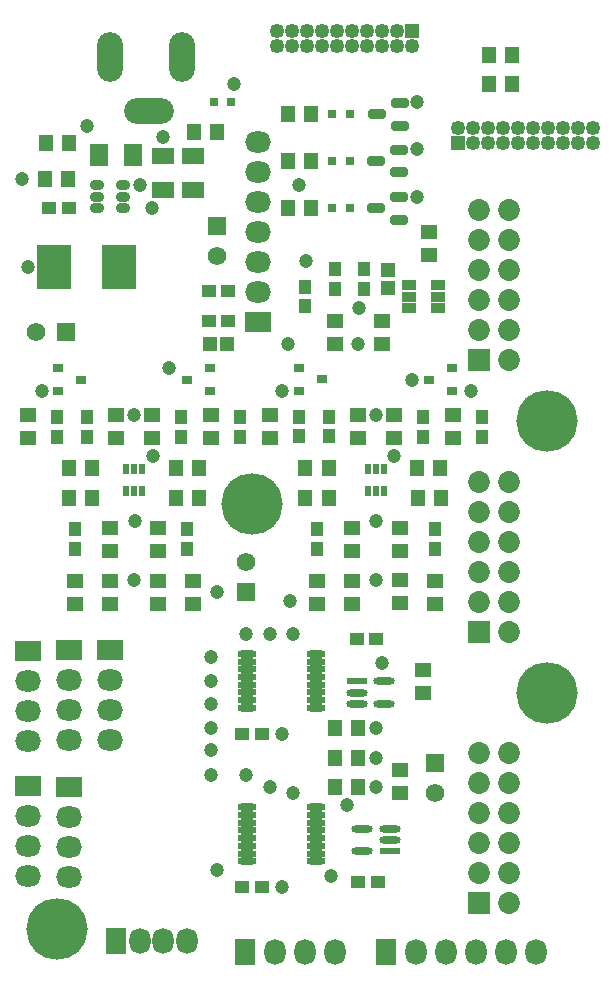
<source format=gbr>
%TF.GenerationSoftware,Altium Limited,Altium Designer,21.2.1 (34)*%
G04 Layer_Color=8388736*
%FSLAX45Y45*%
%MOMM*%
%TF.SameCoordinates,33E7FE8D-E1FD-4CC8-B6C0-267CAA33A984*%
%TF.FilePolarity,Negative*%
%TF.FileFunction,Soldermask,Top*%
%TF.Part,Single*%
G01*
G75*
%TA.AperFunction,SMDPad,CuDef*%
%ADD17R,0.80000X0.80000*%
%ADD18R,1.25814X1.46213*%
%ADD19R,1.46213X1.25814*%
%ADD20R,1.80524X0.61213*%
G04:AMPARAMS|DCode=21|XSize=1.80524mm|YSize=0.61213mm|CornerRadius=0.30606mm|HoleSize=0mm|Usage=FLASHONLY|Rotation=180.000|XOffset=0mm|YOffset=0mm|HoleType=Round|Shape=RoundedRectangle|*
%AMROUNDEDRECTD21*
21,1,1.80524,0.00000,0,0,180.0*
21,1,1.19311,0.61213,0,0,180.0*
1,1,0.61213,-0.59655,0.00000*
1,1,0.61213,0.59655,0.00000*
1,1,0.61213,0.59655,0.00000*
1,1,0.61213,-0.59655,0.00000*
%
%ADD21ROUNDEDRECTD21*%
%ADD22R,1.05822X1.20651*%
%ADD23R,1.20651X1.05822*%
%ADD24R,1.55550X1.85822*%
%TA.AperFunction,ConnectorPad*%
%ADD28R,1.46213X1.25814*%
%TA.AperFunction,ComponentPad*%
%ADD39R,1.57000X1.57000*%
%ADD40C,1.57000*%
%ADD43R,1.57000X1.57000*%
%ADD46C,1.25320*%
%ADD47R,1.25320X1.25320*%
%ADD48R,2.20320X1.80320*%
%ADD49O,2.20320X1.80320*%
%ADD50O,1.80320X2.20320*%
%ADD51R,1.80320X2.20320*%
%ADD52O,4.20320X2.20320*%
%ADD53O,2.20320X4.20320*%
%ADD54R,1.85320X1.85320*%
%ADD55C,1.85320*%
%TA.AperFunction,ViaPad*%
%ADD56C,5.20320*%
%ADD57C,1.20320*%
%TA.AperFunction,SMDPad,CuDef*%
%ADD66O,1.60320X0.65320*%
%ADD67R,0.60320X0.86320*%
%ADD68O,1.20320X0.90320*%
G04:AMPARAMS|DCode=69|XSize=1.4632mm|YSize=0.7932mm|CornerRadius=0.17535mm|HoleSize=0mm|Usage=FLASHONLY|Rotation=180.000|XOffset=0mm|YOffset=0mm|HoleType=Round|Shape=RoundedRectangle|*
%AMROUNDEDRECTD69*
21,1,1.46320,0.44250,0,0,180.0*
21,1,1.11250,0.79320,0,0,180.0*
1,1,0.35070,-0.55625,0.22125*
1,1,0.35070,0.55625,0.22125*
1,1,0.35070,0.55625,-0.22125*
1,1,0.35070,-0.55625,-0.22125*
%
%ADD69ROUNDEDRECTD69*%
%ADD70R,1.30320X0.85320*%
%ADD71R,3.00320X3.70320*%
%ADD72R,0.92720X0.76220*%
%ADD73R,1.97320X1.41320*%
%ADD74R,1.20320X1.25320*%
%ADD75R,1.25320X1.20320*%
D17*
X1875000Y7350000D02*
D03*
X1725000D02*
D03*
X2725000Y7250000D02*
D03*
X2875000D02*
D03*
Y6450000D02*
D03*
X2725000D02*
D03*
X2875000Y6850000D02*
D03*
X2725000D02*
D03*
D18*
X495399Y6700000D02*
D03*
X300000D02*
D03*
X1597699Y4000000D02*
D03*
X1402301D02*
D03*
X1597699Y4250000D02*
D03*
X1402301D02*
D03*
X3647699Y4000000D02*
D03*
X3452301D02*
D03*
X3645199Y4250000D02*
D03*
X3449800D02*
D03*
X2547699Y6850000D02*
D03*
X2352301D02*
D03*
X2547699Y7250000D02*
D03*
X2352301D02*
D03*
X2547699Y6450000D02*
D03*
X2352301D02*
D03*
X502300Y4000000D02*
D03*
X697699D02*
D03*
X502300Y4250000D02*
D03*
X697699D02*
D03*
X2502301Y4000000D02*
D03*
X2697699D02*
D03*
X2502301Y4250000D02*
D03*
X2697699D02*
D03*
X302301Y7000000D02*
D03*
X497699D02*
D03*
X1750199Y7100000D02*
D03*
X1554801D02*
D03*
X2752301Y1800000D02*
D03*
X2947699D02*
D03*
X2752301Y2050000D02*
D03*
X2947699D02*
D03*
X4247699Y7500000D02*
D03*
X4052301D02*
D03*
X4247699Y7750000D02*
D03*
X4052301D02*
D03*
X2752301Y1550000D02*
D03*
X2947699D02*
D03*
D19*
X3150000Y5302301D02*
D03*
Y5497699D02*
D03*
X3750000Y4502301D02*
D03*
Y4697700D02*
D03*
X3250000D02*
D03*
Y4502301D02*
D03*
X3300000Y3300200D02*
D03*
Y3104801D02*
D03*
X3600000Y3102301D02*
D03*
Y3297700D02*
D03*
X3300000Y3552301D02*
D03*
Y3747700D02*
D03*
X900000Y4697700D02*
D03*
Y4502301D02*
D03*
X850000Y3297700D02*
D03*
Y3102301D02*
D03*
X550000D02*
D03*
Y3297700D02*
D03*
X850000Y3552301D02*
D03*
Y3747699D02*
D03*
X2200000Y4507301D02*
D03*
Y4702700D02*
D03*
X2950000Y4700200D02*
D03*
Y4504802D02*
D03*
X2900000Y3297700D02*
D03*
Y3102301D02*
D03*
X2600000D02*
D03*
Y3297700D02*
D03*
X2900000Y3552301D02*
D03*
Y3747700D02*
D03*
X1700000Y4502301D02*
D03*
Y4697700D02*
D03*
X1200000D02*
D03*
Y4502301D02*
D03*
X1250000Y3297700D02*
D03*
Y3102301D02*
D03*
X1550000D02*
D03*
Y3297700D02*
D03*
X1250000Y3552301D02*
D03*
Y3747699D02*
D03*
X2750000Y5304801D02*
D03*
Y5500200D02*
D03*
X3300000Y1697699D02*
D03*
Y1502301D02*
D03*
X3500000Y2349800D02*
D03*
Y2545199D02*
D03*
X3550000Y6052301D02*
D03*
Y6247699D02*
D03*
D20*
X3215048Y1005000D02*
D03*
X2934952Y2445000D02*
D03*
D21*
X3215048Y1100000D02*
D03*
Y1195000D02*
D03*
X2984952D02*
D03*
Y1005000D02*
D03*
X2934952Y2350000D02*
D03*
Y2255000D02*
D03*
X3165048D02*
D03*
Y2445000D02*
D03*
D22*
X2750000Y5769915D02*
D03*
Y5935086D02*
D03*
X650000Y4517414D02*
D03*
Y4682586D02*
D03*
X400000Y4517414D02*
D03*
Y4682586D02*
D03*
X550000Y3567414D02*
D03*
Y3732586D02*
D03*
X2700000Y4522415D02*
D03*
Y4687587D02*
D03*
X2450000Y4522415D02*
D03*
Y4687587D02*
D03*
X2600000Y3567415D02*
D03*
Y3732586D02*
D03*
X1450000Y4517414D02*
D03*
Y4682586D02*
D03*
X1950000Y4517414D02*
D03*
Y4682586D02*
D03*
X1500000Y3567414D02*
D03*
Y3732586D02*
D03*
X3500000Y4517415D02*
D03*
Y4682587D02*
D03*
X4000000Y4517415D02*
D03*
Y4682587D02*
D03*
X3600000Y3567415D02*
D03*
Y3732586D02*
D03*
X2500000Y5619914D02*
D03*
Y5785086D02*
D03*
X3000000Y5769915D02*
D03*
Y5935086D02*
D03*
D23*
X334828Y6450000D02*
D03*
X500000D02*
D03*
X3100000Y2800000D02*
D03*
X2934828D02*
D03*
X1683414Y5750000D02*
D03*
X1848586D02*
D03*
X1683414Y5500000D02*
D03*
X1848586D02*
D03*
X1967414Y2000000D02*
D03*
X2132586D02*
D03*
X2132586Y700000D02*
D03*
X1967415D02*
D03*
X2950000Y750000D02*
D03*
X3115172D02*
D03*
D24*
X1040272Y6900000D02*
D03*
X750000D02*
D03*
D28*
X150000Y4502301D02*
D03*
Y4697700D02*
D03*
D39*
X477000Y5400000D02*
D03*
D40*
X223000D02*
D03*
X1750000Y6046000D02*
D03*
X3600000Y1496000D02*
D03*
X2000000Y3454000D02*
D03*
D43*
X1750000Y6300000D02*
D03*
X3600000Y1750000D02*
D03*
X2000000Y3200000D02*
D03*
D46*
X4935000Y7127000D02*
D03*
Y7000000D02*
D03*
X4808000Y7127000D02*
D03*
Y7000000D02*
D03*
X4681000Y7127000D02*
D03*
Y7000000D02*
D03*
X4554000Y7127000D02*
D03*
Y7000000D02*
D03*
X4427000Y7127000D02*
D03*
X4300000D02*
D03*
Y7000000D02*
D03*
X4173000Y7127000D02*
D03*
Y7000000D02*
D03*
X4046000Y7127000D02*
D03*
Y7000000D02*
D03*
X3919000Y7127000D02*
D03*
Y7000000D02*
D03*
X3792000Y7127000D02*
D03*
X4427000Y7000000D02*
D03*
X2265000Y7823000D02*
D03*
Y7950000D02*
D03*
X2392000Y7823000D02*
D03*
Y7950000D02*
D03*
X2519000Y7823000D02*
D03*
Y7950000D02*
D03*
X2646000Y7823000D02*
D03*
Y7950000D02*
D03*
X2773000Y7823000D02*
D03*
X2900000D02*
D03*
Y7950000D02*
D03*
X3027000Y7823000D02*
D03*
Y7950000D02*
D03*
X3154000Y7823000D02*
D03*
Y7950000D02*
D03*
X3281000Y7823000D02*
D03*
Y7950000D02*
D03*
X3408000Y7823000D02*
D03*
X2773000Y7950000D02*
D03*
D47*
X3792000Y7000000D02*
D03*
X3408000Y7950000D02*
D03*
D48*
X2100000Y5484000D02*
D03*
X500000Y2708000D02*
D03*
X850000Y2712000D02*
D03*
X150000Y2704000D02*
D03*
X500000Y1554000D02*
D03*
X150000Y1562000D02*
D03*
D49*
X2100000Y5738000D02*
D03*
Y5992000D02*
D03*
Y6246000D02*
D03*
Y6500000D02*
D03*
Y6754000D02*
D03*
Y7008000D02*
D03*
X500000Y1946000D02*
D03*
Y2200000D02*
D03*
Y2454000D02*
D03*
X850000Y1950000D02*
D03*
Y2204000D02*
D03*
Y2458000D02*
D03*
X150000Y2450000D02*
D03*
Y2196000D02*
D03*
Y1942000D02*
D03*
X500000Y792000D02*
D03*
Y1046000D02*
D03*
Y1300000D02*
D03*
X150000Y800000D02*
D03*
Y1054000D02*
D03*
Y1308000D02*
D03*
D50*
X4458000Y150000D02*
D03*
X4204000D02*
D03*
X3950000D02*
D03*
X3696000D02*
D03*
X3442000D02*
D03*
X1500000Y250000D02*
D03*
X1300000D02*
D03*
X1100000D02*
D03*
X2242000Y150000D02*
D03*
X2496000D02*
D03*
X2750000D02*
D03*
D51*
X3188000D02*
D03*
X900000Y250000D02*
D03*
X1988000Y150000D02*
D03*
D52*
X1175000Y7270000D02*
D03*
D53*
X1455000Y7730000D02*
D03*
X845000D02*
D03*
D54*
X3973000Y565000D02*
D03*
Y5165000D02*
D03*
Y2865000D02*
D03*
D55*
Y819000D02*
D03*
X4227000Y565000D02*
D03*
Y819000D02*
D03*
X3973000Y1327000D02*
D03*
X4227000D02*
D03*
X3973000Y1835000D02*
D03*
X4227000D02*
D03*
Y1581000D02*
D03*
X3973000D02*
D03*
X4227000Y1073000D02*
D03*
X3973000D02*
D03*
Y5419000D02*
D03*
X4227000Y5165000D02*
D03*
Y5419000D02*
D03*
X3973000Y5927000D02*
D03*
X4227000D02*
D03*
X3973000Y6435000D02*
D03*
X4227000D02*
D03*
Y6181000D02*
D03*
X3973000D02*
D03*
X4227000Y5673000D02*
D03*
X3973000D02*
D03*
Y3119000D02*
D03*
X4227000Y2865000D02*
D03*
Y3119000D02*
D03*
X3973000Y3627000D02*
D03*
X4227000D02*
D03*
X3973000Y4135000D02*
D03*
X4227000D02*
D03*
Y3881000D02*
D03*
X3973000D02*
D03*
X4227000Y3373000D02*
D03*
X3973000D02*
D03*
D56*
X2050000Y3950000D02*
D03*
X400000Y350000D02*
D03*
X4550000Y4650000D02*
D03*
Y2350000D02*
D03*
D57*
X2350000Y5300000D02*
D03*
X2504627Y6000000D02*
D03*
X3100000Y1550000D02*
D03*
X2717141Y800000D02*
D03*
X2953174Y5603174D02*
D03*
X3400000Y5000000D02*
D03*
X1900000Y7500000D02*
D03*
X1300000Y7050000D02*
D03*
X2369360Y3122209D02*
D03*
X3150000Y2600000D02*
D03*
X3100000Y1800000D02*
D03*
Y2050000D02*
D03*
X2000000Y1650000D02*
D03*
X2200000Y1550000D02*
D03*
X1700000Y1650000D02*
D03*
Y1866128D02*
D03*
Y2050000D02*
D03*
Y2250000D02*
D03*
Y2450000D02*
D03*
Y2650000D02*
D03*
X2400000Y2850000D02*
D03*
X2200000D02*
D03*
X2000000D02*
D03*
X2400000Y1500000D02*
D03*
X1750000Y850000D02*
D03*
X2450000Y6650000D02*
D03*
X3100000Y3800001D02*
D03*
X1350000Y5100000D02*
D03*
X1100000Y6650000D02*
D03*
X650000Y7150000D02*
D03*
X1200000Y6450000D02*
D03*
X100000Y6700000D02*
D03*
X150000Y5950000D02*
D03*
X3450000Y6950000D02*
D03*
X2300000Y700000D02*
D03*
X2850000Y1400000D02*
D03*
X2300000Y2000000D02*
D03*
X2950000Y5300000D02*
D03*
X3450000Y7350000D02*
D03*
X3100000Y3300000D02*
D03*
X3900000Y4900000D02*
D03*
X3100000Y4700000D02*
D03*
X2300000Y4900001D02*
D03*
X3250000Y4350001D02*
D03*
X1208708Y4356207D02*
D03*
X1058708Y3806207D02*
D03*
X1050000Y3300000D02*
D03*
X268083Y4904375D02*
D03*
X1050000Y4700000D02*
D03*
X1750000Y3200000D02*
D03*
X3450000Y6550000D02*
D03*
D66*
X2005000Y2482500D02*
D03*
Y2417500D02*
D03*
Y2352500D02*
D03*
Y2287500D02*
D03*
X2005001Y1182500D02*
D03*
Y1117500D02*
D03*
Y1052500D02*
D03*
Y987500D02*
D03*
X2005000Y2677500D02*
D03*
Y2612500D02*
D03*
Y2547500D02*
D03*
Y2222500D02*
D03*
X2595000Y2677500D02*
D03*
Y2612500D02*
D03*
Y2547500D02*
D03*
Y2482500D02*
D03*
Y2417500D02*
D03*
Y2352500D02*
D03*
Y2287500D02*
D03*
Y2222500D02*
D03*
X2005001Y1377500D02*
D03*
Y1312500D02*
D03*
Y1247500D02*
D03*
Y922500D02*
D03*
X2595001Y1377500D02*
D03*
Y1312500D02*
D03*
Y1247500D02*
D03*
Y1182500D02*
D03*
Y1117500D02*
D03*
Y1052500D02*
D03*
Y987500D02*
D03*
Y922500D02*
D03*
D67*
X985000Y4058000D02*
D03*
X1050000D02*
D03*
X1115000D02*
D03*
Y4242000D02*
D03*
X1050000D02*
D03*
X985000D02*
D03*
X3035000Y4242001D02*
D03*
X3100000D02*
D03*
X3165000D02*
D03*
Y4058001D02*
D03*
X3100000D02*
D03*
X3035000D02*
D03*
D68*
X740000Y6645000D02*
D03*
Y6550000D02*
D03*
Y6455000D02*
D03*
X960000D02*
D03*
Y6550000D02*
D03*
Y6645000D02*
D03*
D69*
X3296000Y6545000D02*
D03*
X3100000Y6450000D02*
D03*
X3296000Y6355000D02*
D03*
X3100000Y6850000D02*
D03*
X3296000Y6945000D02*
D03*
Y6755000D02*
D03*
X3300000Y7340000D02*
D03*
X3104000Y7245000D02*
D03*
X3300000Y7150000D02*
D03*
D70*
X3380000Y5797500D02*
D03*
Y5702500D02*
D03*
Y5607500D02*
D03*
X3620000D02*
D03*
Y5702500D02*
D03*
Y5797500D02*
D03*
D71*
X375000Y5950000D02*
D03*
X925000D02*
D03*
D72*
X3746800Y5095000D02*
D03*
X3550000Y5000001D02*
D03*
X3746800Y4905001D02*
D03*
X403200Y5095000D02*
D03*
X600000Y5000000D02*
D03*
X403200Y4905000D02*
D03*
X2449300Y5097501D02*
D03*
X2646100Y5002501D02*
D03*
X2449300Y4907501D02*
D03*
X1696800Y4905000D02*
D03*
X1500000Y5000000D02*
D03*
X1696800Y5095000D02*
D03*
D73*
X1550000Y6892800D02*
D03*
Y6607200D02*
D03*
X1300000Y6892800D02*
D03*
Y6607200D02*
D03*
D74*
X3200000Y5777500D02*
D03*
Y5927500D02*
D03*
D75*
X1841000Y5300000D02*
D03*
X1691000D02*
D03*
%TF.MD5,6d37e9a01b6f72eb5beb2968021c20d0*%
M02*

</source>
